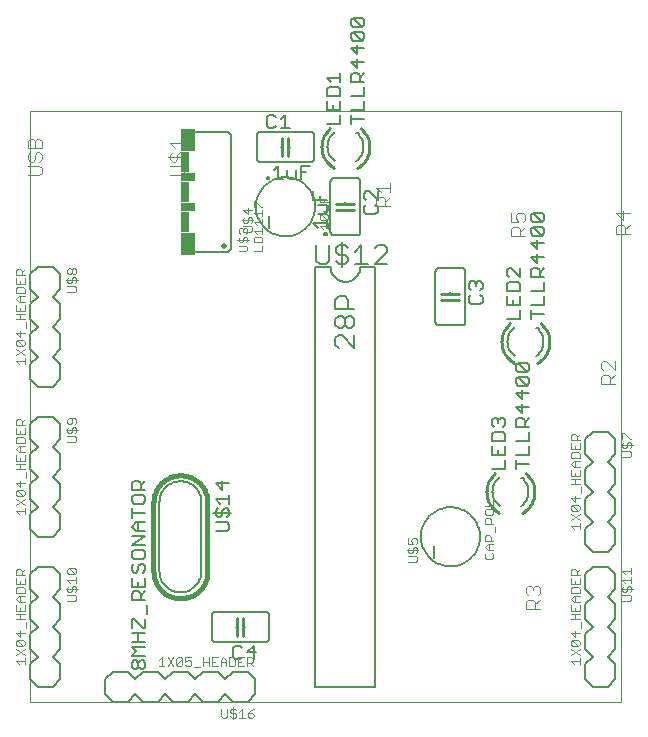
<source format=gto>
G75*
G70*
%OFA0B0*%
%FSLAX24Y24*%
%IPPOS*%
%LPD*%
%AMOC8*
5,1,8,0,0,1.08239X$1,22.5*
%
%ADD10C,0.0000*%
%ADD11C,0.0040*%
%ADD12C,0.0200*%
%ADD13C,0.0030*%
%ADD14C,0.0060*%
%ADD15R,0.0500X0.0750*%
%ADD16R,0.0300X0.0700*%
%ADD17R,0.0500X0.0300*%
%ADD18C,0.0100*%
%ADD19C,0.0050*%
%ADD20C,0.0080*%
%ADD21C,0.0070*%
%ADD22C,0.0160*%
D10*
X000816Y000756D02*
X000816Y020441D01*
X020501Y020441D01*
X020501Y000756D01*
X000816Y000756D01*
D11*
X012336Y017276D02*
X012336Y017506D01*
X012413Y017583D01*
X012566Y017583D01*
X012643Y017506D01*
X012643Y017276D01*
X012643Y017429D02*
X012796Y017583D01*
X012796Y017736D02*
X012796Y018043D01*
X012796Y017890D02*
X012336Y017890D01*
X012489Y017736D01*
X012336Y017276D02*
X012796Y017276D01*
X016836Y017043D02*
X016836Y016736D01*
X017066Y016736D01*
X016989Y016890D01*
X016989Y016966D01*
X017066Y017043D01*
X017220Y017043D01*
X017296Y016966D01*
X017296Y016813D01*
X017220Y016736D01*
X017296Y016583D02*
X017143Y016429D01*
X017143Y016506D02*
X017143Y016276D01*
X017296Y016276D02*
X016836Y016276D01*
X016836Y016506D01*
X016913Y016583D01*
X017066Y016583D01*
X017143Y016506D01*
X020336Y016585D02*
X020336Y016355D01*
X020796Y016355D01*
X020643Y016355D02*
X020643Y016585D01*
X020566Y016662D01*
X020413Y016662D01*
X020336Y016585D01*
X020643Y016509D02*
X020796Y016662D01*
X020566Y016816D02*
X020566Y017122D01*
X020336Y017046D02*
X020566Y016816D01*
X020796Y017046D02*
X020336Y017046D01*
X020296Y012122D02*
X020296Y011816D01*
X019989Y012122D01*
X019913Y012122D01*
X019836Y012046D01*
X019836Y011892D01*
X019913Y011816D01*
X019913Y011662D02*
X020066Y011662D01*
X020143Y011585D01*
X020143Y011355D01*
X020296Y011355D02*
X019836Y011355D01*
X019836Y011585D01*
X019913Y011662D01*
X020143Y011509D02*
X020296Y011662D01*
X017720Y004622D02*
X017643Y004622D01*
X017566Y004546D01*
X017566Y004469D01*
X017566Y004546D02*
X017489Y004622D01*
X017413Y004622D01*
X017336Y004546D01*
X017336Y004392D01*
X017413Y004316D01*
X017413Y004162D02*
X017566Y004162D01*
X017643Y004085D01*
X017643Y003855D01*
X017796Y003855D02*
X017336Y003855D01*
X017336Y004085D01*
X017413Y004162D01*
X017643Y004009D02*
X017796Y004162D01*
X017720Y004316D02*
X017796Y004392D01*
X017796Y004546D01*
X017720Y004622D01*
X005865Y018304D02*
X005942Y018381D01*
X005942Y018534D01*
X005865Y018611D01*
X005482Y018611D01*
X005558Y018765D02*
X005482Y018841D01*
X005482Y018995D01*
X005558Y019071D01*
X005712Y018995D02*
X005712Y018841D01*
X005635Y018765D01*
X005558Y018765D01*
X005405Y018918D02*
X006019Y018918D01*
X005942Y018995D02*
X005865Y019071D01*
X005789Y019071D01*
X005712Y018995D01*
X005942Y018995D02*
X005942Y018841D01*
X005865Y018765D01*
X005865Y018304D02*
X005482Y018304D01*
X005635Y019225D02*
X005482Y019378D01*
X005942Y019378D01*
X005942Y019225D02*
X005942Y019532D01*
X001192Y019455D02*
X001192Y019225D01*
X000732Y019225D01*
X000732Y019455D01*
X000808Y019532D01*
X000885Y019532D01*
X000962Y019455D01*
X000962Y019225D01*
X001039Y019071D02*
X001115Y019071D01*
X001192Y018995D01*
X001192Y018841D01*
X001115Y018765D01*
X001115Y018611D02*
X000732Y018611D01*
X000808Y018765D02*
X000885Y018765D01*
X000962Y018841D01*
X000962Y018995D01*
X001039Y019071D01*
X000808Y019071D02*
X000732Y018995D01*
X000732Y018841D01*
X000808Y018765D01*
X001115Y018611D02*
X001192Y018534D01*
X001192Y018381D01*
X001115Y018304D01*
X000732Y018304D01*
X000962Y019455D02*
X001039Y019532D01*
X001115Y019532D01*
X001192Y019455D01*
D12*
X007276Y015936D03*
D13*
X007761Y015964D02*
X008003Y015964D01*
X008051Y015916D01*
X008051Y015819D01*
X008003Y015771D01*
X007761Y015771D01*
X007810Y016066D02*
X007761Y016114D01*
X007761Y016211D01*
X007810Y016259D01*
X007810Y016360D02*
X007761Y016409D01*
X007761Y016505D01*
X007810Y016554D01*
X007858Y016554D01*
X007906Y016505D01*
X007955Y016554D01*
X008003Y016554D01*
X008051Y016505D01*
X008051Y016409D01*
X008003Y016360D01*
X008003Y016259D02*
X007955Y016259D01*
X007906Y016211D01*
X007906Y016114D01*
X007858Y016066D01*
X007810Y016066D01*
X007713Y016162D02*
X008100Y016162D01*
X008051Y016114D02*
X008051Y016211D01*
X008003Y016259D01*
X008051Y016114D02*
X008003Y016066D01*
X007911Y016421D02*
X008153Y016421D01*
X008201Y016469D01*
X008201Y016566D01*
X008153Y016614D01*
X007911Y016614D01*
X007906Y016505D02*
X007906Y016457D01*
X007960Y016716D02*
X007911Y016764D01*
X007911Y016861D01*
X007960Y016909D01*
X008056Y016861D02*
X008056Y016764D01*
X008008Y016716D01*
X007960Y016716D01*
X007863Y016812D02*
X008250Y016812D01*
X008261Y016752D02*
X008551Y016752D01*
X008551Y016848D02*
X008551Y016655D01*
X008551Y016554D02*
X008551Y016360D01*
X008551Y016457D02*
X008261Y016457D01*
X008358Y016360D01*
X008310Y016259D02*
X008261Y016211D01*
X008261Y016066D01*
X008551Y016066D01*
X008551Y016211D01*
X008503Y016259D01*
X008310Y016259D01*
X008551Y015964D02*
X008551Y015771D01*
X008261Y015771D01*
X008358Y016655D02*
X008261Y016752D01*
X008201Y016764D02*
X008201Y016861D01*
X008153Y016909D01*
X008105Y016909D01*
X008056Y016861D01*
X008056Y017010D02*
X007911Y017155D01*
X008201Y017155D01*
X008261Y017244D02*
X008261Y017438D01*
X008310Y017438D01*
X008503Y017244D01*
X008551Y017244D01*
X008551Y017143D02*
X008551Y016949D01*
X008551Y017046D02*
X008261Y017046D01*
X008358Y016949D01*
X008201Y016764D02*
X008153Y016716D01*
X008056Y017010D02*
X008056Y017204D01*
X010461Y017405D02*
X010461Y017598D01*
X010606Y017502D02*
X010606Y017405D01*
X010558Y017304D02*
X010751Y017304D01*
X010751Y017159D01*
X010703Y017110D01*
X010558Y017110D01*
X010510Y017009D02*
X010703Y017009D01*
X010751Y016961D01*
X010751Y016864D01*
X010703Y016816D01*
X010510Y017009D01*
X010461Y016961D01*
X010461Y016864D01*
X010510Y016816D01*
X010703Y016816D01*
X010751Y016714D02*
X010751Y016521D01*
X010751Y016618D02*
X010461Y016618D01*
X010558Y016521D01*
X010461Y017405D02*
X010751Y017405D01*
X002341Y015151D02*
X002341Y015055D01*
X002293Y015006D01*
X002245Y015006D01*
X002196Y015055D01*
X002196Y015151D01*
X002245Y015200D01*
X002293Y015200D01*
X002341Y015151D01*
X002196Y015151D02*
X002148Y015200D01*
X002100Y015200D01*
X002051Y015151D01*
X002051Y015055D01*
X002100Y015006D01*
X002148Y015006D01*
X002196Y015055D01*
X002245Y014905D02*
X002196Y014857D01*
X002196Y014760D01*
X002148Y014712D01*
X002100Y014712D01*
X002051Y014760D01*
X002051Y014857D01*
X002100Y014905D01*
X002003Y014808D02*
X002390Y014808D01*
X002341Y014760D02*
X002341Y014857D01*
X002293Y014905D01*
X002245Y014905D01*
X002341Y014760D02*
X002293Y014712D01*
X002293Y014610D02*
X002051Y014610D01*
X002051Y014417D02*
X002293Y014417D01*
X002341Y014465D01*
X002341Y014562D01*
X002293Y014610D01*
X000670Y013402D02*
X000670Y013208D01*
X000621Y013059D02*
X000331Y013059D01*
X000476Y012914D01*
X000476Y013107D01*
X000380Y012813D02*
X000573Y012619D01*
X000621Y012667D01*
X000621Y012764D01*
X000573Y012813D01*
X000380Y012813D01*
X000331Y012764D01*
X000331Y012667D01*
X000380Y012619D01*
X000573Y012619D01*
X000621Y012518D02*
X000331Y012324D01*
X000331Y012518D02*
X000621Y012324D01*
X000621Y012223D02*
X000621Y012030D01*
X000621Y012126D02*
X000331Y012126D01*
X000428Y012030D01*
X000476Y013503D02*
X000476Y013696D01*
X000476Y013798D02*
X000476Y013894D01*
X000331Y013798D02*
X000621Y013798D01*
X000621Y013991D01*
X000621Y014092D02*
X000428Y014092D01*
X000331Y014189D01*
X000428Y014286D01*
X000621Y014286D01*
X000621Y014387D02*
X000621Y014532D01*
X000573Y014580D01*
X000380Y014580D01*
X000331Y014532D01*
X000331Y014387D01*
X000621Y014387D01*
X000476Y014286D02*
X000476Y014092D01*
X000331Y013991D02*
X000331Y013798D01*
X000331Y013696D02*
X000621Y013696D01*
X000621Y013503D02*
X000331Y013503D01*
X000331Y014682D02*
X000621Y014682D01*
X000621Y014875D01*
X000621Y014976D02*
X000331Y014976D01*
X000331Y015121D01*
X000380Y015170D01*
X000476Y015170D01*
X000525Y015121D01*
X000525Y014976D01*
X000525Y015073D02*
X000621Y015170D01*
X000331Y014875D02*
X000331Y014682D01*
X000476Y014682D02*
X000476Y014778D01*
X000380Y010170D02*
X000476Y010170D01*
X000525Y010121D01*
X000525Y009976D01*
X000621Y009976D02*
X000331Y009976D01*
X000331Y010121D01*
X000380Y010170D01*
X000525Y010073D02*
X000621Y010170D01*
X000621Y009875D02*
X000621Y009682D01*
X000331Y009682D01*
X000331Y009875D01*
X000476Y009778D02*
X000476Y009682D01*
X000573Y009580D02*
X000380Y009580D01*
X000331Y009532D01*
X000331Y009387D01*
X000621Y009387D01*
X000621Y009532D01*
X000573Y009580D01*
X000621Y009286D02*
X000428Y009286D01*
X000331Y009189D01*
X000428Y009092D01*
X000621Y009092D01*
X000621Y008991D02*
X000621Y008798D01*
X000331Y008798D01*
X000331Y008991D01*
X000476Y008894D02*
X000476Y008798D01*
X000476Y008696D02*
X000476Y008503D01*
X000621Y008503D02*
X000331Y008503D01*
X000331Y008696D02*
X000621Y008696D01*
X000670Y008402D02*
X000670Y008208D01*
X000621Y008059D02*
X000331Y008059D01*
X000476Y007914D01*
X000476Y008107D01*
X000380Y007813D02*
X000573Y007619D01*
X000621Y007667D01*
X000621Y007764D01*
X000573Y007813D01*
X000380Y007813D01*
X000331Y007764D01*
X000331Y007667D01*
X000380Y007619D01*
X000573Y007619D01*
X000621Y007518D02*
X000331Y007324D01*
X000331Y007518D02*
X000621Y007324D01*
X000621Y007223D02*
X000621Y007030D01*
X000621Y007126D02*
X000331Y007126D01*
X000428Y007030D01*
X002100Y005200D02*
X002293Y005006D01*
X002341Y005055D01*
X002341Y005151D01*
X002293Y005200D01*
X002100Y005200D01*
X002051Y005151D01*
X002051Y005055D01*
X002100Y005006D01*
X002293Y005006D01*
X002341Y004905D02*
X002341Y004712D01*
X002341Y004808D02*
X002051Y004808D01*
X002148Y004712D01*
X002100Y004610D02*
X002051Y004562D01*
X002051Y004465D01*
X002100Y004417D01*
X002148Y004417D01*
X002196Y004465D01*
X002196Y004562D01*
X002245Y004610D01*
X002293Y004610D01*
X002341Y004562D01*
X002341Y004465D01*
X002293Y004417D01*
X002293Y004316D02*
X002051Y004316D01*
X002051Y004122D02*
X002293Y004122D01*
X002341Y004171D01*
X002341Y004267D01*
X002293Y004316D01*
X002390Y004514D02*
X002003Y004514D01*
X000670Y003402D02*
X000670Y003208D01*
X000621Y003059D02*
X000331Y003059D01*
X000476Y002914D01*
X000476Y003107D01*
X000476Y003503D02*
X000476Y003696D01*
X000476Y003798D02*
X000476Y003894D01*
X000331Y003798D02*
X000621Y003798D01*
X000621Y003991D01*
X000621Y004092D02*
X000428Y004092D01*
X000331Y004189D01*
X000428Y004286D01*
X000621Y004286D01*
X000621Y004387D02*
X000621Y004532D01*
X000573Y004580D01*
X000380Y004580D01*
X000331Y004532D01*
X000331Y004387D01*
X000621Y004387D01*
X000476Y004286D02*
X000476Y004092D01*
X000331Y003991D02*
X000331Y003798D01*
X000331Y003696D02*
X000621Y003696D01*
X000621Y003503D02*
X000331Y003503D01*
X000380Y002813D02*
X000573Y002619D01*
X000621Y002667D01*
X000621Y002764D01*
X000573Y002813D01*
X000380Y002813D01*
X000331Y002764D01*
X000331Y002667D01*
X000380Y002619D01*
X000573Y002619D01*
X000621Y002518D02*
X000331Y002324D01*
X000331Y002518D02*
X000621Y002324D01*
X000621Y002223D02*
X000621Y002030D01*
X000621Y002126D02*
X000331Y002126D01*
X000428Y002030D01*
X000476Y004682D02*
X000476Y004778D01*
X000331Y004682D02*
X000621Y004682D01*
X000621Y004875D01*
X000621Y004976D02*
X000331Y004976D01*
X000331Y005121D01*
X000380Y005170D01*
X000476Y005170D01*
X000525Y005121D01*
X000525Y004976D01*
X000525Y005073D02*
X000621Y005170D01*
X000331Y004875D02*
X000331Y004682D01*
X000476Y009092D02*
X000476Y009286D01*
X002051Y009417D02*
X002293Y009417D01*
X002341Y009465D01*
X002341Y009562D01*
X002293Y009610D01*
X002051Y009610D01*
X002100Y009712D02*
X002051Y009760D01*
X002051Y009857D01*
X002100Y009905D01*
X002100Y010006D02*
X002148Y010006D01*
X002196Y010055D01*
X002196Y010200D01*
X002100Y010200D02*
X002293Y010200D01*
X002341Y010151D01*
X002341Y010055D01*
X002293Y010006D01*
X002293Y009905D02*
X002245Y009905D01*
X002196Y009857D01*
X002196Y009760D01*
X002148Y009712D01*
X002100Y009712D01*
X002003Y009808D02*
X002390Y009808D01*
X002341Y009760D02*
X002341Y009857D01*
X002293Y009905D01*
X002341Y009760D02*
X002293Y009712D01*
X002100Y010006D02*
X002051Y010055D01*
X002051Y010151D01*
X002100Y010200D01*
X005187Y002241D02*
X005187Y001951D01*
X005090Y001951D02*
X005284Y001951D01*
X005385Y001951D02*
X005578Y002241D01*
X005680Y002193D02*
X005728Y002241D01*
X005825Y002241D01*
X005873Y002193D01*
X005680Y001999D01*
X005728Y001951D01*
X005825Y001951D01*
X005873Y001999D01*
X005873Y002193D01*
X005974Y002241D02*
X005974Y002096D01*
X006071Y002144D01*
X006119Y002144D01*
X006168Y002096D01*
X006168Y001999D01*
X006119Y001951D01*
X006023Y001951D01*
X005974Y001999D01*
X005974Y002241D02*
X006168Y002241D01*
X006269Y001903D02*
X006462Y001903D01*
X006563Y001951D02*
X006563Y002241D01*
X006563Y002096D02*
X006757Y002096D01*
X006858Y002096D02*
X006955Y002096D01*
X006858Y001951D02*
X007052Y001951D01*
X007153Y001951D02*
X007153Y002144D01*
X007249Y002241D01*
X007346Y002144D01*
X007346Y001951D01*
X007447Y001951D02*
X007447Y002241D01*
X007593Y002241D01*
X007641Y002193D01*
X007641Y001999D01*
X007593Y001951D01*
X007447Y001951D01*
X007346Y002096D02*
X007153Y002096D01*
X007052Y002241D02*
X006858Y002241D01*
X006858Y001951D01*
X006757Y001951D02*
X006757Y002241D01*
X007742Y002241D02*
X007742Y001951D01*
X007936Y001951D01*
X008037Y001951D02*
X008037Y002241D01*
X008182Y002241D01*
X008230Y002193D01*
X008230Y002096D01*
X008182Y002048D01*
X008037Y002048D01*
X008133Y002048D02*
X008230Y001951D01*
X007936Y002241D02*
X007742Y002241D01*
X007742Y002096D02*
X007839Y002096D01*
X007574Y000570D02*
X007574Y000183D01*
X007526Y000231D02*
X007623Y000231D01*
X007671Y000279D01*
X007671Y000328D01*
X007623Y000376D01*
X007526Y000376D01*
X007477Y000424D01*
X007477Y000473D01*
X007526Y000521D01*
X007623Y000521D01*
X007671Y000473D01*
X007772Y000424D02*
X007869Y000521D01*
X007869Y000231D01*
X007772Y000231D02*
X007966Y000231D01*
X008067Y000279D02*
X008115Y000231D01*
X008212Y000231D01*
X008260Y000279D01*
X008260Y000328D01*
X008212Y000376D01*
X008067Y000376D01*
X008067Y000279D01*
X008067Y000376D02*
X008163Y000473D01*
X008260Y000521D01*
X007526Y000231D02*
X007477Y000279D01*
X007376Y000279D02*
X007328Y000231D01*
X007231Y000231D01*
X007183Y000279D01*
X007183Y000521D01*
X007376Y000521D02*
X007376Y000279D01*
X005680Y001999D02*
X005680Y002193D01*
X005578Y001951D02*
X005385Y002241D01*
X005187Y002241D02*
X005090Y002144D01*
X013411Y005421D02*
X013653Y005421D01*
X013701Y005469D01*
X013701Y005566D01*
X013653Y005614D01*
X013411Y005614D01*
X013460Y005716D02*
X013411Y005764D01*
X013411Y005861D01*
X013460Y005909D01*
X013556Y005861D02*
X013556Y005764D01*
X013508Y005716D01*
X013460Y005716D01*
X013363Y005812D02*
X013750Y005812D01*
X013701Y005764D02*
X013701Y005861D01*
X013653Y005909D01*
X013605Y005909D01*
X013556Y005861D01*
X013556Y006010D02*
X013411Y006010D01*
X013411Y006204D01*
X013508Y006155D02*
X013508Y006107D01*
X013556Y006010D01*
X013653Y006010D02*
X013701Y006059D01*
X013701Y006155D01*
X013653Y006204D01*
X013556Y006204D01*
X013508Y006155D01*
X013701Y005764D02*
X013653Y005716D01*
X015961Y005666D02*
X015961Y005569D01*
X016010Y005521D01*
X016203Y005521D01*
X016251Y005569D01*
X016251Y005666D01*
X016203Y005714D01*
X016251Y005816D02*
X016058Y005816D01*
X015961Y005912D01*
X016058Y006009D01*
X016251Y006009D01*
X016251Y006110D02*
X015961Y006110D01*
X015961Y006255D01*
X016010Y006304D01*
X016106Y006304D01*
X016155Y006255D01*
X016155Y006110D01*
X016106Y006009D02*
X016106Y005816D01*
X016010Y005714D02*
X015961Y005666D01*
X016300Y006405D02*
X016300Y006598D01*
X016251Y006699D02*
X015961Y006699D01*
X015961Y006845D01*
X016010Y006893D01*
X016106Y006893D01*
X016155Y006845D01*
X016155Y006699D01*
X016203Y006994D02*
X016010Y006994D01*
X015961Y007042D01*
X015961Y007139D01*
X016010Y007188D01*
X016203Y007188D01*
X016251Y007139D01*
X016251Y007042D01*
X016203Y006994D01*
X016251Y007289D02*
X015961Y007289D01*
X016251Y007289D02*
X016251Y007482D01*
X018831Y007559D02*
X018976Y007414D01*
X018976Y007607D01*
X019121Y007559D02*
X018831Y007559D01*
X018880Y007313D02*
X019073Y007119D01*
X019121Y007167D01*
X019121Y007264D01*
X019073Y007313D01*
X018880Y007313D01*
X018831Y007264D01*
X018831Y007167D01*
X018880Y007119D01*
X019073Y007119D01*
X019121Y007018D02*
X018831Y006824D01*
X018831Y007018D02*
X019121Y006824D01*
X019121Y006723D02*
X019121Y006530D01*
X019121Y006626D02*
X018831Y006626D01*
X018928Y006530D01*
X019170Y007708D02*
X019170Y007902D01*
X019121Y008003D02*
X018831Y008003D01*
X018976Y008003D02*
X018976Y008196D01*
X018976Y008298D02*
X018976Y008394D01*
X018831Y008298D02*
X019121Y008298D01*
X019121Y008491D01*
X019121Y008592D02*
X018928Y008592D01*
X018831Y008689D01*
X018928Y008786D01*
X019121Y008786D01*
X019121Y008887D02*
X019121Y009032D01*
X019073Y009080D01*
X018880Y009080D01*
X018831Y009032D01*
X018831Y008887D01*
X019121Y008887D01*
X018976Y008786D02*
X018976Y008592D01*
X018831Y008491D02*
X018831Y008298D01*
X018831Y008196D02*
X019121Y008196D01*
X019121Y009182D02*
X018831Y009182D01*
X018831Y009375D01*
X018831Y009476D02*
X018831Y009621D01*
X018880Y009670D01*
X018976Y009670D01*
X019025Y009621D01*
X019025Y009476D01*
X019121Y009476D02*
X018831Y009476D01*
X019025Y009573D02*
X019121Y009670D01*
X019121Y009375D02*
X019121Y009182D01*
X018976Y009182D02*
X018976Y009278D01*
X020503Y009308D02*
X020890Y009308D01*
X020841Y009260D02*
X020793Y009212D01*
X020841Y009260D02*
X020841Y009357D01*
X020793Y009405D01*
X020745Y009405D01*
X020696Y009357D01*
X020696Y009260D01*
X020648Y009212D01*
X020600Y009212D01*
X020551Y009260D01*
X020551Y009357D01*
X020600Y009405D01*
X020551Y009506D02*
X020551Y009700D01*
X020600Y009700D01*
X020793Y009506D01*
X020841Y009506D01*
X020793Y009110D02*
X020551Y009110D01*
X020551Y008917D02*
X020793Y008917D01*
X020841Y008965D01*
X020841Y009062D01*
X020793Y009110D01*
X020841Y005200D02*
X020841Y005006D01*
X020841Y005103D02*
X020551Y005103D01*
X020648Y005006D01*
X020841Y004905D02*
X020841Y004712D01*
X020841Y004808D02*
X020551Y004808D01*
X020648Y004712D01*
X020600Y004610D02*
X020551Y004562D01*
X020551Y004465D01*
X020600Y004417D01*
X020648Y004417D01*
X020696Y004465D01*
X020696Y004562D01*
X020745Y004610D01*
X020793Y004610D01*
X020841Y004562D01*
X020841Y004465D01*
X020793Y004417D01*
X020793Y004316D02*
X020551Y004316D01*
X020551Y004122D02*
X020793Y004122D01*
X020841Y004171D01*
X020841Y004267D01*
X020793Y004316D01*
X020890Y004514D02*
X020503Y004514D01*
X019121Y004532D02*
X019121Y004387D01*
X018831Y004387D01*
X018831Y004532D01*
X018880Y004580D01*
X019073Y004580D01*
X019121Y004532D01*
X019121Y004682D02*
X019121Y004875D01*
X019121Y004976D02*
X018831Y004976D01*
X018831Y005121D01*
X018880Y005170D01*
X018976Y005170D01*
X019025Y005121D01*
X019025Y004976D01*
X019025Y005073D02*
X019121Y005170D01*
X018831Y004875D02*
X018831Y004682D01*
X019121Y004682D01*
X018976Y004682D02*
X018976Y004778D01*
X018976Y004286D02*
X018976Y004092D01*
X018928Y004092D02*
X018831Y004189D01*
X018928Y004286D01*
X019121Y004286D01*
X019121Y004092D02*
X018928Y004092D01*
X018831Y003991D02*
X018831Y003798D01*
X019121Y003798D01*
X019121Y003991D01*
X018976Y003894D02*
X018976Y003798D01*
X018976Y003696D02*
X018976Y003503D01*
X019121Y003503D02*
X018831Y003503D01*
X018831Y003696D02*
X019121Y003696D01*
X019170Y003402D02*
X019170Y003208D01*
X019121Y003059D02*
X018831Y003059D01*
X018976Y002914D01*
X018976Y003107D01*
X018880Y002813D02*
X019073Y002619D01*
X019121Y002667D01*
X019121Y002764D01*
X019073Y002813D01*
X018880Y002813D01*
X018831Y002764D01*
X018831Y002667D01*
X018880Y002619D01*
X019073Y002619D01*
X019121Y002518D02*
X018831Y002324D01*
X018831Y002518D02*
X019121Y002324D01*
X019121Y002223D02*
X019121Y002030D01*
X019121Y002126D02*
X018831Y002126D01*
X018928Y002030D01*
D14*
X017184Y007282D02*
X017219Y007312D01*
X017252Y007343D01*
X017282Y007378D01*
X017309Y007414D01*
X017333Y007452D01*
X017355Y007492D01*
X017373Y007534D01*
X017389Y007577D01*
X017401Y007621D01*
X017409Y007665D01*
X017414Y007711D01*
X017416Y007756D01*
X017414Y007801D01*
X017409Y007847D01*
X017401Y007891D01*
X017389Y007935D01*
X017373Y007978D01*
X017355Y008020D01*
X017333Y008060D01*
X017309Y008098D01*
X017282Y008134D01*
X017252Y008169D01*
X017219Y008200D01*
X017184Y008230D01*
X016216Y007756D02*
X016218Y007710D01*
X016223Y007664D01*
X016232Y007618D01*
X016244Y007573D01*
X016260Y007530D01*
X016279Y007488D01*
X016302Y007447D01*
X016327Y007408D01*
X016355Y007372D01*
X016386Y007337D01*
X016420Y007305D01*
X016456Y007276D01*
X016216Y007756D02*
X016218Y007803D01*
X016224Y007851D01*
X016233Y007897D01*
X016246Y007943D01*
X016262Y007987D01*
X016282Y008031D01*
X016306Y008072D01*
X016332Y008111D01*
X016362Y008148D01*
X016395Y008183D01*
X016430Y008215D01*
X016467Y008244D01*
X017684Y012282D02*
X017719Y012312D01*
X017752Y012343D01*
X017782Y012378D01*
X017809Y012414D01*
X017833Y012452D01*
X017855Y012492D01*
X017873Y012534D01*
X017889Y012577D01*
X017901Y012621D01*
X017909Y012665D01*
X017914Y012711D01*
X017916Y012756D01*
X017914Y012801D01*
X017909Y012847D01*
X017901Y012891D01*
X017889Y012935D01*
X017873Y012978D01*
X017855Y013020D01*
X017833Y013060D01*
X017809Y013098D01*
X017782Y013134D01*
X017752Y013169D01*
X017719Y013200D01*
X017684Y013230D01*
X016716Y012756D02*
X016718Y012710D01*
X016723Y012664D01*
X016732Y012618D01*
X016744Y012573D01*
X016760Y012530D01*
X016779Y012488D01*
X016802Y012447D01*
X016827Y012408D01*
X016855Y012372D01*
X016886Y012337D01*
X016920Y012305D01*
X016956Y012276D01*
X016716Y012756D02*
X016718Y012803D01*
X016724Y012851D01*
X016733Y012897D01*
X016746Y012943D01*
X016762Y012987D01*
X016782Y013031D01*
X016806Y013072D01*
X016832Y013111D01*
X016862Y013148D01*
X016895Y013183D01*
X016930Y013215D01*
X016967Y013244D01*
X015316Y013406D02*
X015316Y015106D01*
X015314Y015123D01*
X015310Y015140D01*
X015303Y015156D01*
X015293Y015170D01*
X015280Y015183D01*
X015266Y015193D01*
X015250Y015200D01*
X015233Y015204D01*
X015216Y015206D01*
X014416Y015206D01*
X014399Y015204D01*
X014382Y015200D01*
X014366Y015193D01*
X014352Y015183D01*
X014339Y015170D01*
X014329Y015156D01*
X014322Y015140D01*
X014318Y015123D01*
X014316Y015106D01*
X014316Y013406D01*
X014318Y013389D01*
X014322Y013372D01*
X014329Y013356D01*
X014339Y013342D01*
X014352Y013329D01*
X014366Y013319D01*
X014382Y013312D01*
X014399Y013308D01*
X014416Y013306D01*
X015216Y013306D01*
X015233Y013308D01*
X015250Y013312D01*
X015266Y013319D01*
X015280Y013329D01*
X015293Y013342D01*
X015303Y013356D01*
X015310Y013372D01*
X015314Y013389D01*
X015316Y013406D01*
X014816Y014106D02*
X014816Y014156D01*
X014816Y014356D02*
X014816Y014406D01*
X012316Y015256D02*
X012316Y001256D01*
X010316Y001256D01*
X010316Y015206D01*
X010316Y015256D02*
X010816Y015256D01*
X010818Y015212D01*
X010824Y015169D01*
X010833Y015127D01*
X010846Y015085D01*
X010863Y015045D01*
X010883Y015006D01*
X010906Y014969D01*
X010933Y014935D01*
X010962Y014902D01*
X010995Y014873D01*
X011029Y014846D01*
X011066Y014823D01*
X011105Y014803D01*
X011145Y014786D01*
X011187Y014773D01*
X011229Y014764D01*
X011272Y014758D01*
X011316Y014756D01*
X011360Y014758D01*
X011403Y014764D01*
X011445Y014773D01*
X011487Y014786D01*
X011527Y014803D01*
X011566Y014823D01*
X011603Y014846D01*
X011637Y014873D01*
X011670Y014902D01*
X011699Y014935D01*
X011726Y014969D01*
X011749Y015006D01*
X011769Y015045D01*
X011786Y015085D01*
X011799Y015127D01*
X011808Y015169D01*
X011814Y015212D01*
X011816Y015256D01*
X012316Y015256D01*
X011716Y016306D02*
X010916Y016306D01*
X010899Y016308D01*
X010882Y016312D01*
X010866Y016319D01*
X010852Y016329D01*
X010839Y016342D01*
X010829Y016356D01*
X010822Y016372D01*
X010818Y016389D01*
X010816Y016406D01*
X010816Y018106D01*
X010818Y018123D01*
X010822Y018140D01*
X010829Y018156D01*
X010839Y018170D01*
X010852Y018183D01*
X010866Y018193D01*
X010882Y018200D01*
X010899Y018204D01*
X010916Y018206D01*
X011716Y018206D01*
X011733Y018204D01*
X011750Y018200D01*
X011766Y018193D01*
X011780Y018183D01*
X011793Y018170D01*
X011803Y018156D01*
X011810Y018140D01*
X011814Y018123D01*
X011816Y018106D01*
X011816Y016406D01*
X011814Y016389D01*
X011810Y016372D01*
X011803Y016356D01*
X011793Y016342D01*
X011780Y016329D01*
X011766Y016319D01*
X011750Y016312D01*
X011733Y016308D01*
X011716Y016306D01*
X011316Y017106D02*
X011316Y017156D01*
X011316Y017356D02*
X011316Y017406D01*
X010166Y018756D02*
X008466Y018756D01*
X008449Y018758D01*
X008432Y018762D01*
X008416Y018769D01*
X008402Y018779D01*
X008389Y018792D01*
X008379Y018806D01*
X008372Y018822D01*
X008368Y018839D01*
X008366Y018856D01*
X008366Y019656D01*
X008368Y019673D01*
X008372Y019690D01*
X008379Y019706D01*
X008389Y019720D01*
X008402Y019733D01*
X008416Y019743D01*
X008432Y019750D01*
X008449Y019754D01*
X008466Y019756D01*
X010166Y019756D01*
X010183Y019754D01*
X010200Y019750D01*
X010216Y019743D01*
X010230Y019733D01*
X010243Y019720D01*
X010253Y019706D01*
X010260Y019690D01*
X010264Y019673D01*
X010266Y019656D01*
X010266Y018856D01*
X010264Y018839D01*
X010260Y018822D01*
X010253Y018806D01*
X010243Y018792D01*
X010230Y018779D01*
X010216Y018769D01*
X010200Y018762D01*
X010183Y018758D01*
X010166Y018756D01*
X009466Y019256D02*
X009416Y019256D01*
X009216Y019256D02*
X009166Y019256D01*
X007516Y019656D02*
X007516Y015856D01*
X007416Y015756D01*
X006266Y015756D01*
X006266Y019756D02*
X007416Y019756D01*
X007516Y019656D01*
X011684Y018782D02*
X011719Y018812D01*
X011752Y018843D01*
X011782Y018878D01*
X011809Y018914D01*
X011833Y018952D01*
X011855Y018992D01*
X011873Y019034D01*
X011889Y019077D01*
X011901Y019121D01*
X011909Y019165D01*
X011914Y019211D01*
X011916Y019256D01*
X011914Y019301D01*
X011909Y019347D01*
X011901Y019391D01*
X011889Y019435D01*
X011873Y019478D01*
X011855Y019520D01*
X011833Y019560D01*
X011809Y019598D01*
X011782Y019634D01*
X011752Y019669D01*
X011719Y019700D01*
X011684Y019730D01*
X010716Y019256D02*
X010718Y019210D01*
X010723Y019164D01*
X010732Y019118D01*
X010744Y019073D01*
X010760Y019030D01*
X010779Y018988D01*
X010802Y018947D01*
X010827Y018908D01*
X010855Y018872D01*
X010886Y018837D01*
X010920Y018805D01*
X010956Y018776D01*
X010716Y019256D02*
X010718Y019303D01*
X010724Y019351D01*
X010733Y019397D01*
X010746Y019443D01*
X010762Y019487D01*
X010782Y019531D01*
X010806Y019572D01*
X010832Y019611D01*
X010862Y019648D01*
X010895Y019683D01*
X010930Y019715D01*
X010967Y019744D01*
X006516Y007406D02*
X006516Y005106D01*
X006514Y005055D01*
X006509Y005004D01*
X006499Y004954D01*
X006486Y004904D01*
X006470Y004856D01*
X006450Y004809D01*
X006426Y004763D01*
X006400Y004720D01*
X006370Y004678D01*
X006337Y004639D01*
X006302Y004602D01*
X006264Y004568D01*
X006223Y004537D01*
X006181Y004508D01*
X006136Y004483D01*
X006090Y004462D01*
X006042Y004443D01*
X005993Y004429D01*
X005943Y004418D01*
X005893Y004410D01*
X005842Y004406D01*
X005790Y004406D01*
X005739Y004410D01*
X005689Y004418D01*
X005639Y004429D01*
X005590Y004443D01*
X005542Y004462D01*
X005496Y004483D01*
X005451Y004508D01*
X005409Y004537D01*
X005368Y004568D01*
X005330Y004602D01*
X005295Y004639D01*
X005262Y004678D01*
X005232Y004720D01*
X005206Y004763D01*
X005182Y004809D01*
X005162Y004856D01*
X005146Y004904D01*
X005133Y004954D01*
X005123Y005004D01*
X005118Y005055D01*
X005116Y005106D01*
X005116Y007406D01*
X005118Y007457D01*
X005123Y007508D01*
X005133Y007558D01*
X005146Y007608D01*
X005162Y007656D01*
X005182Y007703D01*
X005206Y007749D01*
X005232Y007792D01*
X005262Y007834D01*
X005295Y007873D01*
X005330Y007910D01*
X005368Y007944D01*
X005409Y007975D01*
X005451Y008004D01*
X005496Y008029D01*
X005542Y008050D01*
X005590Y008069D01*
X005639Y008083D01*
X005689Y008094D01*
X005739Y008102D01*
X005790Y008106D01*
X005842Y008106D01*
X005893Y008102D01*
X005943Y008094D01*
X005993Y008083D01*
X006042Y008069D01*
X006090Y008050D01*
X006136Y008029D01*
X006181Y008004D01*
X006223Y007975D01*
X006264Y007944D01*
X006302Y007910D01*
X006337Y007873D01*
X006370Y007834D01*
X006400Y007792D01*
X006426Y007749D01*
X006450Y007703D01*
X006470Y007656D01*
X006486Y007608D01*
X006499Y007558D01*
X006509Y007508D01*
X006514Y007457D01*
X006516Y007406D01*
X006966Y003756D02*
X008666Y003756D01*
X008683Y003754D01*
X008700Y003750D01*
X008716Y003743D01*
X008730Y003733D01*
X008743Y003720D01*
X008753Y003706D01*
X008760Y003690D01*
X008764Y003673D01*
X008766Y003656D01*
X008766Y002856D01*
X008764Y002839D01*
X008760Y002822D01*
X008753Y002806D01*
X008743Y002792D01*
X008730Y002779D01*
X008716Y002769D01*
X008700Y002762D01*
X008683Y002758D01*
X008666Y002756D01*
X006966Y002756D01*
X006949Y002758D01*
X006932Y002762D01*
X006916Y002769D01*
X006902Y002779D01*
X006889Y002792D01*
X006879Y002806D01*
X006872Y002822D01*
X006868Y002839D01*
X006866Y002856D01*
X006866Y003656D01*
X006868Y003673D01*
X006872Y003690D01*
X006879Y003706D01*
X006889Y003720D01*
X006902Y003733D01*
X006916Y003743D01*
X006932Y003750D01*
X006949Y003754D01*
X006966Y003756D01*
X007666Y003256D02*
X007716Y003256D01*
X007916Y003256D02*
X007966Y003256D01*
D15*
X006066Y016031D03*
X006066Y019481D03*
D16*
X005966Y018756D03*
X005966Y017756D03*
X005966Y016756D03*
D17*
X006066Y017256D03*
X006066Y018256D03*
D18*
X009216Y018956D02*
X009216Y019256D01*
X009216Y019556D01*
X009416Y019556D02*
X009416Y019256D01*
X009416Y018956D01*
X011016Y017356D02*
X011316Y017356D01*
X011616Y017356D01*
X011616Y017156D02*
X011316Y017156D01*
X011016Y017156D01*
X011713Y018561D02*
X011761Y018591D01*
X011806Y018624D01*
X011849Y018660D01*
X011890Y018698D01*
X011927Y018740D01*
X011962Y018784D01*
X011993Y018830D01*
X012022Y018879D01*
X012046Y018929D01*
X012067Y018981D01*
X012085Y019035D01*
X012098Y019089D01*
X012108Y019144D01*
X012114Y019200D01*
X012116Y019256D01*
X012114Y019309D01*
X012109Y019363D01*
X012100Y019415D01*
X012088Y019467D01*
X012072Y019518D01*
X012053Y019568D01*
X012030Y019617D01*
X012004Y019664D01*
X011976Y019709D01*
X011944Y019752D01*
X011910Y019792D01*
X011872Y019831D01*
X011833Y019867D01*
X010516Y019256D02*
X010518Y019202D01*
X010523Y019148D01*
X010532Y019095D01*
X010545Y019042D01*
X010561Y018991D01*
X010581Y018941D01*
X010604Y018892D01*
X010630Y018844D01*
X010659Y018799D01*
X010692Y018756D01*
X010727Y018715D01*
X010765Y018676D01*
X010805Y018640D01*
X010848Y018607D01*
X010893Y018577D01*
X010940Y018550D01*
X010516Y019256D02*
X010518Y019310D01*
X010523Y019363D01*
X010532Y019417D01*
X010545Y019469D01*
X010561Y019520D01*
X010581Y019571D01*
X010603Y019620D01*
X010629Y019667D01*
X010659Y019712D01*
X010691Y019755D01*
X010726Y019796D01*
X010764Y019835D01*
X010804Y019871D01*
X014516Y014356D02*
X014816Y014356D01*
X015116Y014356D01*
X015116Y014156D02*
X014816Y014156D01*
X014516Y014156D01*
X016516Y012756D02*
X016518Y012702D01*
X016523Y012648D01*
X016532Y012595D01*
X016545Y012542D01*
X016561Y012491D01*
X016581Y012441D01*
X016604Y012392D01*
X016630Y012344D01*
X016659Y012299D01*
X016692Y012256D01*
X016727Y012215D01*
X016765Y012176D01*
X016805Y012140D01*
X016848Y012107D01*
X016893Y012077D01*
X016940Y012050D01*
X017713Y012061D02*
X017761Y012091D01*
X017806Y012124D01*
X017849Y012160D01*
X017890Y012198D01*
X017927Y012240D01*
X017962Y012284D01*
X017993Y012330D01*
X018022Y012379D01*
X018046Y012429D01*
X018067Y012481D01*
X018085Y012535D01*
X018098Y012589D01*
X018108Y012644D01*
X018114Y012700D01*
X018116Y012756D01*
X018114Y012809D01*
X018109Y012863D01*
X018100Y012915D01*
X018088Y012967D01*
X018072Y013018D01*
X018053Y013068D01*
X018030Y013117D01*
X018004Y013164D01*
X017976Y013209D01*
X017944Y013252D01*
X017910Y013292D01*
X017872Y013331D01*
X017833Y013367D01*
X016804Y013371D02*
X016764Y013335D01*
X016726Y013296D01*
X016691Y013255D01*
X016659Y013212D01*
X016629Y013167D01*
X016603Y013120D01*
X016581Y013071D01*
X016561Y013020D01*
X016545Y012969D01*
X016532Y012917D01*
X016523Y012863D01*
X016518Y012810D01*
X016516Y012756D01*
X016016Y007756D02*
X016018Y007702D01*
X016023Y007648D01*
X016032Y007595D01*
X016045Y007542D01*
X016061Y007491D01*
X016081Y007441D01*
X016104Y007392D01*
X016130Y007344D01*
X016159Y007299D01*
X016192Y007256D01*
X016227Y007215D01*
X016265Y007176D01*
X016305Y007140D01*
X016348Y007107D01*
X016393Y007077D01*
X016440Y007050D01*
X017213Y007061D02*
X017261Y007091D01*
X017306Y007124D01*
X017349Y007160D01*
X017390Y007198D01*
X017427Y007240D01*
X017462Y007284D01*
X017493Y007330D01*
X017522Y007379D01*
X017546Y007429D01*
X017567Y007481D01*
X017585Y007535D01*
X017598Y007589D01*
X017608Y007644D01*
X017614Y007700D01*
X017616Y007756D01*
X017614Y007809D01*
X017609Y007863D01*
X017600Y007915D01*
X017588Y007967D01*
X017572Y008018D01*
X017553Y008068D01*
X017530Y008117D01*
X017504Y008164D01*
X017476Y008209D01*
X017444Y008252D01*
X017410Y008292D01*
X017372Y008331D01*
X017333Y008367D01*
X016304Y008371D02*
X016264Y008335D01*
X016226Y008296D01*
X016191Y008255D01*
X016159Y008212D01*
X016129Y008167D01*
X016103Y008120D01*
X016081Y008071D01*
X016061Y008020D01*
X016045Y007969D01*
X016032Y007917D01*
X016023Y007863D01*
X016018Y007810D01*
X016016Y007756D01*
X007916Y003556D02*
X007916Y003256D01*
X007916Y002956D01*
X007716Y002956D02*
X007716Y003256D01*
X007716Y003556D01*
D19*
X007646Y002631D02*
X007571Y002556D01*
X007571Y002256D01*
X007646Y002181D01*
X007796Y002181D01*
X007871Y002256D01*
X008031Y002406D02*
X008331Y002406D01*
X008256Y002181D02*
X008256Y002631D01*
X008031Y002406D01*
X007871Y002556D02*
X007796Y002631D01*
X007646Y002631D01*
X004641Y002596D02*
X004191Y002596D01*
X004341Y002446D01*
X004191Y002296D01*
X004641Y002296D01*
X004566Y002136D02*
X004641Y002061D01*
X004641Y001910D01*
X004566Y001835D01*
X004491Y001835D01*
X004416Y001910D01*
X004416Y002061D01*
X004491Y002136D01*
X004566Y002136D01*
X004416Y002061D02*
X004341Y002136D01*
X004266Y002136D01*
X004191Y002061D01*
X004191Y001910D01*
X004266Y001835D01*
X004341Y001835D01*
X004416Y001910D01*
X004416Y002756D02*
X004416Y003056D01*
X004566Y003216D02*
X004641Y003216D01*
X004641Y003517D01*
X004716Y003677D02*
X004716Y003977D01*
X004641Y004137D02*
X004191Y004137D01*
X004191Y004362D01*
X004266Y004437D01*
X004416Y004437D01*
X004491Y004362D01*
X004491Y004137D01*
X004491Y004287D02*
X004641Y004437D01*
X004641Y004598D02*
X004641Y004898D01*
X004566Y005058D02*
X004641Y005133D01*
X004641Y005283D01*
X004566Y005358D01*
X004491Y005358D01*
X004416Y005283D01*
X004416Y005133D01*
X004341Y005058D01*
X004266Y005058D01*
X004191Y005133D01*
X004191Y005283D01*
X004266Y005358D01*
X004266Y005518D02*
X004191Y005593D01*
X004191Y005743D01*
X004266Y005819D01*
X004566Y005819D01*
X004641Y005743D01*
X004641Y005593D01*
X004566Y005518D01*
X004266Y005518D01*
X004191Y005979D02*
X004641Y006279D01*
X004191Y006279D01*
X004341Y006439D02*
X004191Y006589D01*
X004341Y006739D01*
X004641Y006739D01*
X004641Y006439D02*
X004341Y006439D01*
X004416Y006439D02*
X004416Y006739D01*
X004191Y006899D02*
X004191Y007200D01*
X004191Y007049D02*
X004641Y007049D01*
X004566Y007360D02*
X004266Y007360D01*
X004191Y007435D01*
X004191Y007585D01*
X004266Y007660D01*
X004566Y007660D01*
X004641Y007585D01*
X004641Y007435D01*
X004566Y007360D01*
X004491Y007820D02*
X004491Y008045D01*
X004416Y008120D01*
X004266Y008120D01*
X004191Y008045D01*
X004191Y007820D01*
X004641Y007820D01*
X004491Y007970D02*
X004641Y008120D01*
X004641Y005979D02*
X004191Y005979D01*
X004191Y004898D02*
X004191Y004598D01*
X004641Y004598D01*
X004416Y004598D02*
X004416Y004748D01*
X004266Y003517D02*
X004191Y003517D01*
X004191Y003216D01*
X004191Y003056D02*
X004641Y003056D01*
X004566Y003216D02*
X004266Y003517D01*
X004191Y002756D02*
X004641Y002756D01*
X006991Y006439D02*
X007366Y006439D01*
X007441Y006514D01*
X007441Y006665D01*
X007366Y006740D01*
X006991Y006740D01*
X007066Y006900D02*
X006991Y006975D01*
X006991Y007125D01*
X007066Y007200D01*
X007216Y007125D02*
X007216Y006975D01*
X007141Y006900D01*
X007066Y006900D01*
X006916Y007050D02*
X007516Y007050D01*
X007441Y006975D02*
X007441Y007125D01*
X007366Y007200D01*
X007291Y007200D01*
X007216Y007125D01*
X007141Y007360D02*
X006991Y007510D01*
X007441Y007510D01*
X007441Y007360D02*
X007441Y007660D01*
X007216Y007820D02*
X007216Y008121D01*
X006991Y008046D02*
X007216Y007820D01*
X007441Y008046D02*
X006991Y008046D01*
X007441Y006975D02*
X007366Y006900D01*
X015441Y014085D02*
X015516Y014010D01*
X015816Y014010D01*
X015891Y014085D01*
X015891Y014235D01*
X015816Y014310D01*
X015816Y014471D02*
X015891Y014546D01*
X015891Y014696D01*
X015816Y014771D01*
X015741Y014771D01*
X015666Y014696D01*
X015666Y014621D01*
X015666Y014696D02*
X015591Y014771D01*
X015516Y014771D01*
X015441Y014696D01*
X015441Y014546D01*
X015516Y014471D01*
X015516Y014310D02*
X015441Y014235D01*
X015441Y014085D01*
X016691Y013991D02*
X017141Y013991D01*
X017141Y014291D01*
X017141Y014452D02*
X017141Y014677D01*
X017066Y014752D01*
X016766Y014752D01*
X016691Y014677D01*
X016691Y014452D01*
X017141Y014452D01*
X017491Y014452D02*
X017941Y014452D01*
X017941Y014752D01*
X017941Y014912D02*
X017491Y014912D01*
X017491Y015137D01*
X017566Y015212D01*
X017716Y015212D01*
X017791Y015137D01*
X017791Y014912D01*
X017791Y015062D02*
X017941Y015212D01*
X017716Y015372D02*
X017716Y015673D01*
X017716Y015833D02*
X017491Y016058D01*
X017941Y016058D01*
X017866Y016293D02*
X017566Y016593D01*
X017866Y016593D01*
X017941Y016518D01*
X017941Y016368D01*
X017866Y016293D01*
X017566Y016293D01*
X017491Y016368D01*
X017491Y016518D01*
X017566Y016593D01*
X017566Y016753D02*
X017491Y016828D01*
X017491Y016979D01*
X017566Y017054D01*
X017866Y016753D01*
X017941Y016828D01*
X017941Y016979D01*
X017866Y017054D01*
X017566Y017054D01*
X017566Y016753D02*
X017866Y016753D01*
X017716Y016133D02*
X017716Y015833D01*
X017491Y015597D02*
X017716Y015372D01*
X017941Y015597D02*
X017491Y015597D01*
X017141Y015212D02*
X017141Y014912D01*
X016841Y015212D01*
X016766Y015212D01*
X016691Y015137D01*
X016691Y014987D01*
X016766Y014912D01*
X016691Y014291D02*
X016691Y013991D01*
X016916Y013991D02*
X016916Y014141D01*
X017141Y013831D02*
X017141Y013531D01*
X016691Y013531D01*
X017491Y013531D02*
X017491Y013831D01*
X017491Y013681D02*
X017941Y013681D01*
X017941Y013991D02*
X017941Y014291D01*
X017941Y013991D02*
X017491Y013991D01*
X017366Y012054D02*
X017066Y012054D01*
X017366Y011753D01*
X017441Y011828D01*
X017441Y011979D01*
X017366Y012054D01*
X017066Y012054D02*
X016991Y011979D01*
X016991Y011828D01*
X017066Y011753D01*
X017366Y011753D01*
X017366Y011593D02*
X017441Y011518D01*
X017441Y011368D01*
X017366Y011293D01*
X017066Y011593D01*
X017366Y011593D01*
X017066Y011593D02*
X016991Y011518D01*
X016991Y011368D01*
X017066Y011293D01*
X017366Y011293D01*
X017216Y011133D02*
X017216Y010833D01*
X016991Y011058D01*
X017441Y011058D01*
X017216Y010673D02*
X017216Y010372D01*
X016991Y010597D01*
X017441Y010597D01*
X017441Y010212D02*
X017291Y010062D01*
X017291Y010137D02*
X017291Y009912D01*
X017441Y009912D02*
X016991Y009912D01*
X016991Y010137D01*
X017066Y010212D01*
X017216Y010212D01*
X017291Y010137D01*
X017441Y009752D02*
X017441Y009452D01*
X016991Y009452D01*
X016641Y009452D02*
X016641Y009677D01*
X016566Y009752D01*
X016266Y009752D01*
X016191Y009677D01*
X016191Y009452D01*
X016641Y009452D01*
X016641Y009291D02*
X016641Y008991D01*
X016191Y008991D01*
X016191Y009291D01*
X016416Y009141D02*
X016416Y008991D01*
X016641Y008831D02*
X016641Y008531D01*
X016191Y008531D01*
X016991Y008531D02*
X016991Y008831D01*
X016991Y008681D02*
X017441Y008681D01*
X017441Y008991D02*
X016991Y008991D01*
X017441Y008991D02*
X017441Y009291D01*
X016641Y009987D02*
X016566Y009912D01*
X016641Y009987D02*
X016641Y010137D01*
X016566Y010212D01*
X016491Y010212D01*
X016416Y010137D01*
X016416Y010062D01*
X016416Y010137D02*
X016341Y010212D01*
X016266Y010212D01*
X016191Y010137D01*
X016191Y009987D01*
X016266Y009912D01*
X010691Y016320D02*
X010691Y016395D01*
X010616Y016395D01*
X010616Y016320D01*
X010691Y016320D01*
X010691Y016550D02*
X010691Y016850D01*
X010691Y016700D02*
X010241Y016700D01*
X010391Y016550D01*
X010391Y017010D02*
X010616Y017010D01*
X010691Y017085D01*
X010691Y017310D01*
X010391Y017310D01*
X010466Y017470D02*
X010466Y017621D01*
X010241Y017470D02*
X010241Y017771D01*
X010241Y017470D02*
X010691Y017470D01*
X009842Y018181D02*
X009842Y018631D01*
X010142Y018631D01*
X009992Y018406D02*
X009842Y018406D01*
X009682Y018481D02*
X009682Y018181D01*
X009457Y018181D01*
X009382Y018256D01*
X009382Y018481D01*
X009072Y018631D02*
X009072Y018181D01*
X008922Y018181D02*
X009222Y018181D01*
X008922Y018481D02*
X009072Y018631D01*
X008766Y018256D02*
X008766Y018181D01*
X008691Y018181D01*
X008691Y018256D01*
X008766Y018256D01*
X008766Y019881D02*
X008917Y019881D01*
X008992Y019956D01*
X009152Y019881D02*
X009452Y019881D01*
X009302Y019881D02*
X009302Y020331D01*
X009152Y020181D01*
X008992Y020256D02*
X008917Y020331D01*
X008766Y020331D01*
X008691Y020256D01*
X008691Y019956D01*
X008766Y019881D01*
X010691Y020031D02*
X011141Y020031D01*
X011141Y020331D01*
X011141Y020491D02*
X011141Y020791D01*
X011141Y020952D02*
X011141Y021177D01*
X011066Y021252D01*
X010766Y021252D01*
X010691Y021177D01*
X010691Y020952D01*
X011141Y020952D01*
X010916Y020641D02*
X010916Y020491D01*
X010691Y020491D02*
X011141Y020491D01*
X011491Y020491D02*
X011941Y020491D01*
X011941Y020791D01*
X011941Y020952D02*
X011941Y021252D01*
X011941Y021412D02*
X011491Y021412D01*
X011491Y021637D01*
X011566Y021712D01*
X011716Y021712D01*
X011791Y021637D01*
X011791Y021412D01*
X011791Y021562D02*
X011941Y021712D01*
X011716Y021872D02*
X011716Y022173D01*
X011716Y022333D02*
X011716Y022633D01*
X011566Y022793D02*
X011491Y022868D01*
X011491Y023018D01*
X011566Y023093D01*
X011866Y022793D01*
X011941Y022868D01*
X011941Y023018D01*
X011866Y023093D01*
X011566Y023093D01*
X011566Y023253D02*
X011491Y023328D01*
X011491Y023479D01*
X011566Y023554D01*
X011866Y023253D01*
X011941Y023328D01*
X011941Y023479D01*
X011866Y023554D01*
X011566Y023554D01*
X011566Y023253D02*
X011866Y023253D01*
X011866Y022793D02*
X011566Y022793D01*
X011491Y022558D02*
X011716Y022333D01*
X011941Y022558D02*
X011491Y022558D01*
X011491Y022097D02*
X011716Y021872D01*
X011941Y022097D02*
X011491Y022097D01*
X011141Y021712D02*
X011141Y021412D01*
X011141Y021562D02*
X010691Y021562D01*
X010841Y021412D01*
X010691Y020791D02*
X010691Y020491D01*
X011491Y020331D02*
X011491Y020031D01*
X011491Y020181D02*
X011941Y020181D01*
X011941Y020952D02*
X011491Y020952D01*
X012016Y017771D02*
X011941Y017696D01*
X011941Y017546D01*
X012016Y017471D01*
X012016Y017310D02*
X011941Y017235D01*
X011941Y017085D01*
X012016Y017010D01*
X012316Y017010D01*
X012391Y017085D01*
X012391Y017235D01*
X012316Y017310D01*
X012391Y017471D02*
X012091Y017771D01*
X012016Y017771D01*
X012391Y017771D02*
X012391Y017471D01*
D20*
X008332Y017256D02*
X008334Y017318D01*
X008340Y017381D01*
X008350Y017442D01*
X008364Y017503D01*
X008381Y017563D01*
X008402Y017622D01*
X008428Y017679D01*
X008456Y017734D01*
X008488Y017788D01*
X008524Y017839D01*
X008562Y017889D01*
X008604Y017935D01*
X008648Y017979D01*
X008696Y018020D01*
X008745Y018058D01*
X008797Y018092D01*
X008851Y018123D01*
X008907Y018151D01*
X008965Y018175D01*
X009024Y018196D01*
X009084Y018212D01*
X009145Y018225D01*
X009207Y018234D01*
X009269Y018239D01*
X009332Y018240D01*
X009394Y018237D01*
X009456Y018230D01*
X009518Y018219D01*
X009578Y018204D01*
X009638Y018186D01*
X009696Y018164D01*
X009753Y018138D01*
X009808Y018108D01*
X009861Y018075D01*
X009912Y018039D01*
X009960Y018000D01*
X010006Y017957D01*
X010049Y017912D01*
X010089Y017864D01*
X010126Y017814D01*
X010160Y017761D01*
X010191Y017707D01*
X010217Y017651D01*
X010241Y017593D01*
X010260Y017533D01*
X010276Y017473D01*
X010288Y017411D01*
X010296Y017350D01*
X010300Y017287D01*
X010300Y017225D01*
X010296Y017162D01*
X010288Y017101D01*
X010276Y017039D01*
X010260Y016979D01*
X010241Y016919D01*
X010217Y016861D01*
X010191Y016805D01*
X010160Y016751D01*
X010126Y016698D01*
X010089Y016648D01*
X010049Y016600D01*
X010006Y016555D01*
X009960Y016512D01*
X009912Y016473D01*
X009861Y016437D01*
X009808Y016404D01*
X009753Y016374D01*
X009696Y016348D01*
X009638Y016326D01*
X009578Y016308D01*
X009518Y016293D01*
X009456Y016282D01*
X009394Y016275D01*
X009332Y016272D01*
X009269Y016273D01*
X009207Y016278D01*
X009145Y016287D01*
X009084Y016300D01*
X009024Y016316D01*
X008965Y016337D01*
X008907Y016361D01*
X008851Y016389D01*
X008797Y016420D01*
X008745Y016454D01*
X008696Y016492D01*
X008648Y016533D01*
X008604Y016577D01*
X008562Y016623D01*
X008524Y016673D01*
X008488Y016724D01*
X008456Y016778D01*
X008428Y016833D01*
X008402Y016890D01*
X008381Y016949D01*
X008364Y017009D01*
X008350Y017070D01*
X008340Y017131D01*
X008334Y017194D01*
X008332Y017256D01*
X008766Y016956D02*
X008766Y016556D01*
X001816Y015006D02*
X001816Y014506D01*
X001566Y014256D01*
X001816Y014006D01*
X001816Y013506D01*
X001566Y013256D01*
X001816Y013006D01*
X001816Y012506D01*
X001566Y012256D01*
X001816Y012006D01*
X001816Y011506D01*
X001566Y011256D01*
X001066Y011256D01*
X000816Y011506D01*
X000816Y012006D01*
X001066Y012256D01*
X000816Y012506D01*
X000816Y013006D01*
X001066Y013256D01*
X000816Y013506D01*
X000816Y014006D01*
X001066Y014256D01*
X000816Y014506D01*
X000816Y015006D01*
X001066Y015256D01*
X001566Y015256D01*
X001816Y015006D01*
X001566Y010256D02*
X001066Y010256D01*
X000816Y010006D01*
X000816Y009506D01*
X001066Y009256D01*
X000816Y009006D01*
X000816Y008506D01*
X001066Y008256D01*
X000816Y008006D01*
X000816Y007506D01*
X001066Y007256D01*
X000816Y007006D01*
X000816Y006506D01*
X001066Y006256D01*
X001566Y006256D01*
X001816Y006506D01*
X001816Y007006D01*
X001566Y007256D01*
X001816Y007506D01*
X001816Y008006D01*
X001566Y008256D01*
X001816Y008506D01*
X001816Y009006D01*
X001566Y009256D01*
X001816Y009506D01*
X001816Y010006D01*
X001566Y010256D01*
X001566Y005256D02*
X001066Y005256D01*
X000816Y005006D01*
X000816Y004506D01*
X001066Y004256D01*
X000816Y004006D01*
X000816Y003506D01*
X001066Y003256D01*
X000816Y003006D01*
X000816Y002506D01*
X001066Y002256D01*
X000816Y002006D01*
X000816Y001506D01*
X001066Y001256D01*
X001566Y001256D01*
X001816Y001506D01*
X001816Y002006D01*
X001566Y002256D01*
X001816Y002506D01*
X001816Y003006D01*
X001566Y003256D01*
X001816Y003506D01*
X001816Y004006D01*
X001566Y004256D01*
X001816Y004506D01*
X001816Y005006D01*
X001566Y005256D01*
X003566Y001756D02*
X004066Y001756D01*
X004316Y001506D01*
X004566Y001756D01*
X005066Y001756D01*
X005316Y001506D01*
X005566Y001756D01*
X006066Y001756D01*
X006316Y001506D01*
X006566Y001756D01*
X007066Y001756D01*
X007316Y001506D01*
X007566Y001756D01*
X008066Y001756D01*
X008316Y001506D01*
X008316Y001006D01*
X008066Y000756D01*
X007566Y000756D01*
X007316Y001006D01*
X007066Y000756D01*
X006566Y000756D01*
X006316Y001006D01*
X006066Y000756D01*
X005566Y000756D01*
X005316Y001006D01*
X005066Y000756D01*
X004566Y000756D01*
X004316Y001006D01*
X004066Y000756D01*
X003566Y000756D01*
X003316Y001006D01*
X003316Y001506D01*
X003566Y001756D01*
X014266Y005556D02*
X014266Y005956D01*
X013832Y006256D02*
X013834Y006318D01*
X013840Y006381D01*
X013850Y006442D01*
X013864Y006503D01*
X013881Y006563D01*
X013902Y006622D01*
X013928Y006679D01*
X013956Y006734D01*
X013988Y006788D01*
X014024Y006839D01*
X014062Y006889D01*
X014104Y006935D01*
X014148Y006979D01*
X014196Y007020D01*
X014245Y007058D01*
X014297Y007092D01*
X014351Y007123D01*
X014407Y007151D01*
X014465Y007175D01*
X014524Y007196D01*
X014584Y007212D01*
X014645Y007225D01*
X014707Y007234D01*
X014769Y007239D01*
X014832Y007240D01*
X014894Y007237D01*
X014956Y007230D01*
X015018Y007219D01*
X015078Y007204D01*
X015138Y007186D01*
X015196Y007164D01*
X015253Y007138D01*
X015308Y007108D01*
X015361Y007075D01*
X015412Y007039D01*
X015460Y007000D01*
X015506Y006957D01*
X015549Y006912D01*
X015589Y006864D01*
X015626Y006814D01*
X015660Y006761D01*
X015691Y006707D01*
X015717Y006651D01*
X015741Y006593D01*
X015760Y006533D01*
X015776Y006473D01*
X015788Y006411D01*
X015796Y006350D01*
X015800Y006287D01*
X015800Y006225D01*
X015796Y006162D01*
X015788Y006101D01*
X015776Y006039D01*
X015760Y005979D01*
X015741Y005919D01*
X015717Y005861D01*
X015691Y005805D01*
X015660Y005751D01*
X015626Y005698D01*
X015589Y005648D01*
X015549Y005600D01*
X015506Y005555D01*
X015460Y005512D01*
X015412Y005473D01*
X015361Y005437D01*
X015308Y005404D01*
X015253Y005374D01*
X015196Y005348D01*
X015138Y005326D01*
X015078Y005308D01*
X015018Y005293D01*
X014956Y005282D01*
X014894Y005275D01*
X014832Y005272D01*
X014769Y005273D01*
X014707Y005278D01*
X014645Y005287D01*
X014584Y005300D01*
X014524Y005316D01*
X014465Y005337D01*
X014407Y005361D01*
X014351Y005389D01*
X014297Y005420D01*
X014245Y005454D01*
X014196Y005492D01*
X014148Y005533D01*
X014104Y005577D01*
X014062Y005623D01*
X014024Y005673D01*
X013988Y005724D01*
X013956Y005778D01*
X013928Y005833D01*
X013902Y005890D01*
X013881Y005949D01*
X013864Y006009D01*
X013850Y006070D01*
X013840Y006131D01*
X013834Y006194D01*
X013832Y006256D01*
X019316Y006006D02*
X019316Y006506D01*
X019566Y006756D01*
X019316Y007006D01*
X019316Y007506D01*
X019566Y007756D01*
X019316Y008006D01*
X019316Y008506D01*
X019566Y008756D01*
X019316Y009006D01*
X019316Y009506D01*
X019566Y009756D01*
X020066Y009756D01*
X020316Y009506D01*
X020316Y009006D01*
X020066Y008756D01*
X020316Y008506D01*
X020316Y008006D01*
X020066Y007756D01*
X020316Y007506D01*
X020316Y007006D01*
X020066Y006756D01*
X020316Y006506D01*
X020316Y006006D01*
X020066Y005756D01*
X019566Y005756D01*
X019316Y006006D01*
X019566Y005256D02*
X019316Y005006D01*
X019316Y004506D01*
X019566Y004256D01*
X019316Y004006D01*
X019316Y003506D01*
X019566Y003256D01*
X019316Y003006D01*
X019316Y002506D01*
X019566Y002256D01*
X019316Y002006D01*
X019316Y001506D01*
X019566Y001256D01*
X020066Y001256D01*
X020316Y001506D01*
X020316Y002006D01*
X020066Y002256D01*
X020316Y002506D01*
X020316Y003006D01*
X020066Y003256D01*
X020316Y003506D01*
X020316Y004006D01*
X020066Y004256D01*
X020316Y004506D01*
X020316Y005006D01*
X020066Y005256D01*
X019566Y005256D01*
D21*
X011611Y012557D02*
X011191Y012978D01*
X011086Y012978D01*
X010981Y012873D01*
X010981Y012662D01*
X011086Y012557D01*
X011086Y013202D02*
X011191Y013202D01*
X011296Y013307D01*
X011296Y013517D01*
X011401Y013622D01*
X011506Y013622D01*
X011611Y013517D01*
X011611Y013307D01*
X011506Y013202D01*
X011401Y013202D01*
X011296Y013307D01*
X011296Y013517D02*
X011191Y013622D01*
X011086Y013622D01*
X010981Y013517D01*
X010981Y013307D01*
X011086Y013202D01*
X011611Y012978D02*
X011611Y012557D01*
X011611Y013846D02*
X010981Y013846D01*
X010981Y014162D01*
X011086Y014267D01*
X011296Y014267D01*
X011401Y014162D01*
X011401Y013846D01*
X011206Y015236D02*
X011206Y016076D01*
X011101Y015971D02*
X011311Y015971D01*
X011416Y015866D01*
X011311Y015656D02*
X011101Y015656D01*
X010996Y015761D01*
X010996Y015866D01*
X011101Y015971D01*
X010772Y015971D02*
X010772Y015446D01*
X010667Y015341D01*
X010456Y015341D01*
X010351Y015446D01*
X010351Y015971D01*
X010996Y015446D02*
X011101Y015341D01*
X011311Y015341D01*
X011416Y015446D01*
X011416Y015551D01*
X011311Y015656D01*
X011640Y015761D02*
X011851Y015971D01*
X011851Y015341D01*
X012061Y015341D02*
X011640Y015341D01*
X012285Y015341D02*
X012705Y015761D01*
X012705Y015866D01*
X012600Y015971D01*
X012390Y015971D01*
X012285Y015866D01*
X012285Y015341D02*
X012705Y015341D01*
D22*
X006716Y007406D02*
X006716Y005106D01*
X006714Y005047D01*
X006708Y004989D01*
X006699Y004930D01*
X006685Y004873D01*
X006668Y004817D01*
X006647Y004762D01*
X006623Y004708D01*
X006595Y004656D01*
X006564Y004606D01*
X006530Y004558D01*
X006493Y004513D01*
X006452Y004470D01*
X006409Y004429D01*
X006364Y004392D01*
X006316Y004358D01*
X006266Y004327D01*
X006214Y004299D01*
X006160Y004275D01*
X006105Y004254D01*
X006049Y004237D01*
X005992Y004223D01*
X005933Y004214D01*
X005875Y004208D01*
X005816Y004206D01*
X005757Y004208D01*
X005699Y004214D01*
X005640Y004223D01*
X005583Y004237D01*
X005527Y004254D01*
X005472Y004275D01*
X005418Y004299D01*
X005366Y004327D01*
X005316Y004358D01*
X005268Y004392D01*
X005223Y004429D01*
X005180Y004470D01*
X005139Y004513D01*
X005102Y004558D01*
X005068Y004606D01*
X005037Y004656D01*
X005009Y004708D01*
X004985Y004762D01*
X004964Y004817D01*
X004947Y004873D01*
X004933Y004930D01*
X004924Y004989D01*
X004918Y005047D01*
X004916Y005106D01*
X004916Y007406D01*
X004918Y007465D01*
X004924Y007523D01*
X004933Y007582D01*
X004947Y007639D01*
X004964Y007695D01*
X004985Y007750D01*
X005009Y007804D01*
X005037Y007856D01*
X005068Y007906D01*
X005102Y007954D01*
X005139Y007999D01*
X005180Y008042D01*
X005223Y008083D01*
X005268Y008120D01*
X005316Y008154D01*
X005366Y008185D01*
X005418Y008213D01*
X005472Y008237D01*
X005527Y008258D01*
X005583Y008275D01*
X005640Y008289D01*
X005699Y008298D01*
X005757Y008304D01*
X005816Y008306D01*
X005875Y008304D01*
X005933Y008298D01*
X005992Y008289D01*
X006049Y008275D01*
X006105Y008258D01*
X006160Y008237D01*
X006214Y008213D01*
X006266Y008185D01*
X006316Y008154D01*
X006364Y008120D01*
X006409Y008083D01*
X006452Y008042D01*
X006493Y007999D01*
X006530Y007954D01*
X006564Y007906D01*
X006595Y007856D01*
X006623Y007804D01*
X006647Y007750D01*
X006668Y007695D01*
X006685Y007639D01*
X006699Y007582D01*
X006708Y007523D01*
X006714Y007465D01*
X006716Y007406D01*
M02*

</source>
